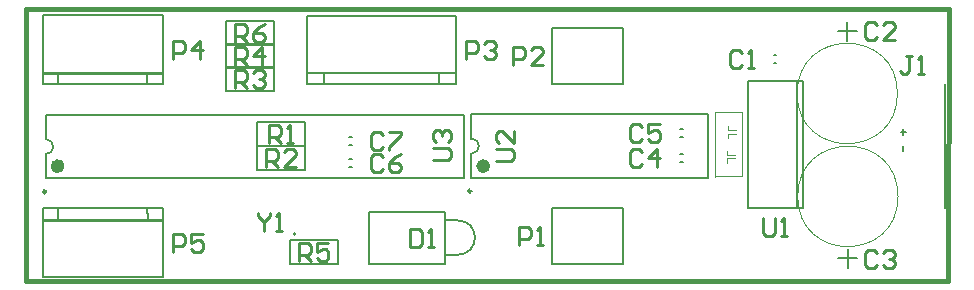
<source format=gto>
G04*
G04 #@! TF.GenerationSoftware,Altium Limited,Altium Designer,21.4.1 (30)*
G04*
G04 Layer_Color=65535*
%FSLAX44Y44*%
%MOMM*%
G71*
G04*
G04 #@! TF.SameCoordinates,BDAD26CE-3B89-4697-9247-DFE5EB3C9538*
G04*
G04*
G04 #@! TF.FilePolarity,Positive*
G04*
G01*
G75*
%ADD10C,0.6000*%
%ADD11C,0.2500*%
%ADD12C,0.2000*%
%ADD13C,0.0762*%
%ADD14C,0.0000*%
%ADD15C,0.1270*%
%ADD16C,0.1800*%
%ADD17C,0.4000*%
%ADD18C,0.2032*%
%ADD19C,0.2540*%
%ADD20C,0.1000*%
%ADD21C,0.1700*%
D10*
X938144Y989340D02*
G03*
X938144Y989340I-3000J0D01*
G01*
X577680D02*
G03*
X577680Y989340I-3000J0D01*
G01*
D11*
X924994Y968240D02*
G03*
X924994Y968240I-1250J0D01*
G01*
X564830Y967740D02*
G03*
X564830Y967740I-1250J0D01*
G01*
D12*
X925144Y999990D02*
G03*
X925144Y1012690I0J6350D01*
G01*
X564680Y999490D02*
G03*
X564680Y1012190I0J6350D01*
G01*
X1326084Y954276D02*
Y1058526D01*
X821706Y1013662D02*
X823706D01*
X821706Y1007162D02*
X823706D01*
X821706Y995120D02*
X823706D01*
X821706Y988620D02*
X823706D01*
X1125144Y979340D02*
Y1033340D01*
X925144Y1012690D02*
Y1033340D01*
Y979340D02*
Y999990D01*
Y1033340D02*
X1125144D01*
X925144Y979340D02*
X1125144D01*
X1201044Y954118D02*
Y1061118D01*
X1206044Y954118D02*
Y1061118D01*
X1159044Y954118D02*
Y1061118D01*
X1206044D01*
X1159044Y954118D02*
X1206044D01*
X918680Y979340D02*
Y1032340D01*
X564680Y1012190D02*
Y1032340D01*
Y979340D02*
Y999490D01*
Y1032340D02*
X918680D01*
X564680Y979340D02*
X918680D01*
X1181215Y1083258D02*
X1183214D01*
X1181215Y1076758D02*
X1183214D01*
X1101868Y999438D02*
X1103868D01*
X1101868Y992938D02*
X1103868D01*
X1101868Y1020774D02*
X1103868D01*
X1101868Y1014274D02*
X1103868D01*
D13*
X1285830Y1050824D02*
G03*
X1285830Y1050824I-42500J0D01*
G01*
X1286312Y963676D02*
G03*
X1286312Y963676I-42500J0D01*
G01*
D14*
X776496Y931832D02*
G03*
X776496Y931832I-1270J0D01*
G01*
D15*
X913520Y914378D02*
G03*
X913520Y943378I0J14500D01*
G01*
X993694Y953744D02*
X1053694D01*
Y906744D02*
Y953744D01*
X993694Y906744D02*
Y953744D01*
Y906744D02*
X1053694D01*
X993694Y1059131D02*
X1053694D01*
X993694D02*
Y1106131D01*
X1053694Y1059131D02*
Y1106131D01*
X993694D02*
X1053694D01*
X1243330Y1095324D02*
Y1111324D01*
X1235330Y1103324D02*
X1251330D01*
X1243812Y903176D02*
Y919176D01*
X1235812Y911176D02*
X1251812D01*
X838520Y906878D02*
Y950878D01*
X902520D01*
Y906878D02*
Y950878D01*
X838520Y906878D02*
X902520D01*
Y943378D02*
X913520D01*
X902520Y914378D02*
X913520D01*
D16*
X717296Y1053284D02*
Y1073604D01*
X757936D01*
Y1053284D02*
Y1073604D01*
X717296Y1053284D02*
X757936D01*
Y1072615D02*
Y1092935D01*
X717296Y1072615D02*
X757936D01*
X717296D02*
Y1092935D01*
X757936D01*
Y1091946D02*
Y1112266D01*
X717296Y1091946D02*
X757936D01*
X717296D02*
Y1112266D01*
X757936D01*
X784606Y1006094D02*
Y1026414D01*
X743966Y1006094D02*
X784606D01*
X743966D02*
Y1026414D01*
X784606D01*
Y985774D02*
Y1006094D01*
X743966Y985774D02*
X784606D01*
X743966D02*
Y1006094D01*
X784606D01*
X771088Y906780D02*
Y927100D01*
X811729D01*
Y906780D02*
Y927100D01*
X771088Y906780D02*
X811729D01*
D17*
X548648Y1122301D02*
X1328648D01*
X547878Y892302D02*
X1327878D01*
X1328748D02*
X1329518Y1122301D01*
X547624Y892302D02*
X548394Y1122301D01*
D18*
X785630Y1058480D02*
X912130D01*
Y1116480D01*
X785630D02*
X912130D01*
X785630Y1058480D02*
Y1116480D01*
X897863Y1058980D02*
Y1068347D01*
X800497Y1058980D02*
Y1068347D01*
X786380Y1068482D02*
X911380Y1068347D01*
X650596Y1059380D02*
Y1068480D01*
X574796Y1068047D02*
X574843Y1058730D01*
X562096Y1058480D02*
X663596D01*
Y1117230D01*
X562096D02*
X663596D01*
X562096Y1058480D02*
Y1117230D01*
X575096Y943854D02*
Y952954D01*
X650848Y953604D02*
X650896Y944287D01*
X562096Y953854D02*
X663596D01*
X562096Y895104D02*
Y953854D01*
Y895104D02*
X663596D01*
Y953854D01*
D19*
X563346Y1068480D02*
X662596D01*
X563096Y943854D02*
X662346D01*
X724916Y1055824D02*
Y1071059D01*
X732533D01*
X735073Y1068520D01*
Y1063441D01*
X732533Y1060902D01*
X724916D01*
X729994D02*
X735073Y1055824D01*
X740151Y1068520D02*
X742690Y1071059D01*
X747769D01*
X750308Y1068520D01*
Y1065981D01*
X747769Y1063441D01*
X745229D01*
X747769D01*
X750308Y1060902D01*
Y1058363D01*
X747769Y1055824D01*
X742690D01*
X740151Y1058363D01*
X724916Y1075155D02*
Y1090390D01*
X732533D01*
X735073Y1087851D01*
Y1082773D01*
X732533Y1080233D01*
X724916D01*
X729994D02*
X735073Y1075155D01*
X747769D02*
Y1090390D01*
X740151Y1082773D01*
X750308D01*
X724916Y1094486D02*
Y1109721D01*
X732533D01*
X735073Y1107182D01*
Y1102104D01*
X732533Y1099564D01*
X724916D01*
X729994D02*
X735073Y1094486D01*
X750308Y1109721D02*
X745229Y1107182D01*
X740151Y1102104D01*
Y1097025D01*
X742690Y1094486D01*
X747769D01*
X750308Y1097025D01*
Y1099564D01*
X747769Y1102104D01*
X740151D01*
X1298191Y1082289D02*
X1293112D01*
X1295652D01*
Y1069593D01*
X1293112Y1067054D01*
X1290573D01*
X1288034Y1069593D01*
X1303269Y1067054D02*
X1308347D01*
X1305808D01*
Y1082289D01*
X1303269Y1079750D01*
X850643Y1015488D02*
X848103Y1018027D01*
X843025D01*
X840486Y1015488D01*
Y1005331D01*
X843025Y1002792D01*
X848103D01*
X850643Y1005331D01*
X855721Y1018027D02*
X865878D01*
Y1015488D01*
X855721Y1005331D01*
Y1002792D01*
X850643Y996946D02*
X848103Y999485D01*
X843025D01*
X840486Y996946D01*
Y986789D01*
X843025Y984250D01*
X848103D01*
X850643Y986789D01*
X865878Y999485D02*
X860799Y996946D01*
X855721Y991868D01*
Y986789D01*
X858260Y984250D01*
X863339D01*
X865878Y986789D01*
Y989328D01*
X863339Y991868D01*
X855721D01*
X920750Y1079766D02*
Y1095001D01*
X928367D01*
X930907Y1092462D01*
Y1087383D01*
X928367Y1084844D01*
X920750D01*
X935985Y1092462D02*
X938524Y1095001D01*
X943603D01*
X946142Y1092462D01*
Y1089923D01*
X943603Y1087383D01*
X941063D01*
X943603D01*
X946142Y1084844D01*
Y1082305D01*
X943603Y1079766D01*
X938524D01*
X935985Y1082305D01*
X672338Y1080262D02*
Y1095497D01*
X679956D01*
X682495Y1092958D01*
Y1087879D01*
X679956Y1085340D01*
X672338D01*
X695191Y1080262D02*
Y1095497D01*
X687573Y1087879D01*
X697730D01*
X946152Y993906D02*
X958848D01*
X961387Y996445D01*
Y1001524D01*
X958848Y1004063D01*
X946152D01*
X961387Y1019298D02*
Y1009141D01*
X951231Y1019298D01*
X948692D01*
X946152Y1016759D01*
Y1011680D01*
X948692Y1009141D01*
X965180Y922528D02*
Y937763D01*
X972798D01*
X975337Y935224D01*
Y930145D01*
X972798Y927606D01*
X965180D01*
X980415Y922528D02*
X985493D01*
X982954D01*
Y937763D01*
X980415Y935224D01*
X960084Y1075182D02*
Y1090417D01*
X967701D01*
X970241Y1087878D01*
Y1082800D01*
X967701Y1080260D01*
X960084D01*
X985476Y1075182D02*
X975319D01*
X985476Y1085339D01*
Y1087878D01*
X982936Y1090417D01*
X977858D01*
X975319Y1087878D01*
X1171956Y945383D02*
Y932687D01*
X1174495Y930148D01*
X1179574D01*
X1182113Y932687D01*
Y945383D01*
X1187191Y930148D02*
X1192269D01*
X1189730D01*
Y945383D01*
X1187191Y942844D01*
X1268477Y1108454D02*
X1265938Y1110993D01*
X1260859D01*
X1258320Y1108454D01*
Y1098298D01*
X1260859Y1095759D01*
X1265938D01*
X1268477Y1098298D01*
X1283712Y1095759D02*
X1273555D01*
X1283712Y1105915D01*
Y1108454D01*
X1281173Y1110993D01*
X1276094D01*
X1273555Y1108454D01*
X1268477Y915414D02*
X1265938Y917953D01*
X1260859D01*
X1258320Y915414D01*
Y905258D01*
X1260859Y902719D01*
X1265938D01*
X1268477Y905258D01*
X1273555Y915414D02*
X1276094Y917953D01*
X1281173D01*
X1283712Y915414D01*
Y912875D01*
X1281173Y910336D01*
X1278633D01*
X1281173D01*
X1283712Y907797D01*
Y905258D01*
X1281173Y902719D01*
X1276094D01*
X1273555Y905258D01*
X744220Y949447D02*
Y946908D01*
X749298Y941830D01*
X754377Y946908D01*
Y949447D01*
X749298Y941830D02*
Y934212D01*
X759455D02*
X764533D01*
X761994D01*
Y949447D01*
X759455Y946908D01*
X892812Y994414D02*
X905508D01*
X908047Y996953D01*
Y1002032D01*
X905508Y1004571D01*
X892812D01*
X895352Y1009649D02*
X892812Y1012188D01*
Y1017267D01*
X895352Y1019806D01*
X897891D01*
X900430Y1017267D01*
Y1014727D01*
Y1017267D01*
X902969Y1019806D01*
X905508D01*
X908047Y1017267D01*
Y1012188D01*
X905508Y1009649D01*
X672338Y916940D02*
Y932175D01*
X679956D01*
X682495Y929636D01*
Y924557D01*
X679956Y922018D01*
X672338D01*
X697730Y932175D02*
X687573D01*
Y924557D01*
X692651Y927097D01*
X695191D01*
X697730Y924557D01*
Y919479D01*
X695191Y916940D01*
X690112D01*
X687573Y919479D01*
X1154116Y1085084D02*
X1151577Y1087623D01*
X1146498D01*
X1143959Y1085084D01*
Y1074927D01*
X1146498Y1072388D01*
X1151577D01*
X1154116Y1074927D01*
X1159194Y1072388D02*
X1164272D01*
X1161733D01*
Y1087623D01*
X1159194Y1085084D01*
X1069845Y1001264D02*
X1067306Y1003803D01*
X1062227D01*
X1059688Y1001264D01*
Y991107D01*
X1062227Y988568D01*
X1067306D01*
X1069845Y991107D01*
X1082541Y988568D02*
Y1003803D01*
X1074923Y996186D01*
X1085080D01*
X1069845Y1022600D02*
X1067306Y1025139D01*
X1062227D01*
X1059688Y1022600D01*
Y1012443D01*
X1062227Y1009904D01*
X1067306D01*
X1069845Y1012443D01*
X1085080Y1025139D02*
X1074923D01*
Y1017522D01*
X1080001Y1020061D01*
X1082541D01*
X1085080Y1017522D01*
Y1012443D01*
X1082541Y1009904D01*
X1077462D01*
X1074923Y1012443D01*
X754126Y1008634D02*
Y1023869D01*
X761743D01*
X764283Y1021330D01*
Y1016252D01*
X761743Y1013712D01*
X754126D01*
X759204D02*
X764283Y1008634D01*
X769361D02*
X774439D01*
X771900D01*
Y1023869D01*
X769361Y1021330D01*
X751586Y988314D02*
Y1003549D01*
X759203D01*
X761743Y1001010D01*
Y995931D01*
X759203Y993392D01*
X751586D01*
X756664D02*
X761743Y988314D01*
X776978D02*
X766821D01*
X776978Y998471D01*
Y1001010D01*
X774439Y1003549D01*
X769360D01*
X766821Y1001010D01*
X872998Y936493D02*
Y921258D01*
X880615D01*
X883155Y923797D01*
Y933954D01*
X880615Y936493D01*
X872998D01*
X888233Y921258D02*
X893311D01*
X890772D01*
Y936493D01*
X888233Y933954D01*
X778708Y909320D02*
Y924555D01*
X786326D01*
X788865Y922016D01*
Y916937D01*
X786326Y914398D01*
X778708D01*
X783787D02*
X788865Y909320D01*
X804100Y924555D02*
X793944D01*
Y916937D01*
X799022Y919477D01*
X801561D01*
X804100Y916937D01*
Y911859D01*
X801561Y909320D01*
X796483D01*
X793944Y911859D01*
D20*
X1131200Y980493D02*
Y1034543D01*
X1153900Y980543D02*
Y1034743D01*
X1131200D02*
X1153900D01*
X1142300Y1012943D02*
Y1016743D01*
X1142500Y1016943D01*
X1149000D01*
X1142200Y1019643D02*
Y1023393D01*
Y1019643D02*
X1149250D01*
X1141450Y998593D02*
X1148500D01*
X1141450D02*
Y1002343D01*
X1141750Y995893D02*
X1148250D01*
X1141550Y995693D02*
X1141750Y995893D01*
X1141550Y991893D02*
Y995693D01*
X1131200Y980593D02*
X1153900D01*
D21*
X1290783Y1020576D02*
Y1015911D01*
X1293115Y1018243D02*
X1288450D01*
X1290783Y1006581D02*
Y1001915D01*
M02*

</source>
